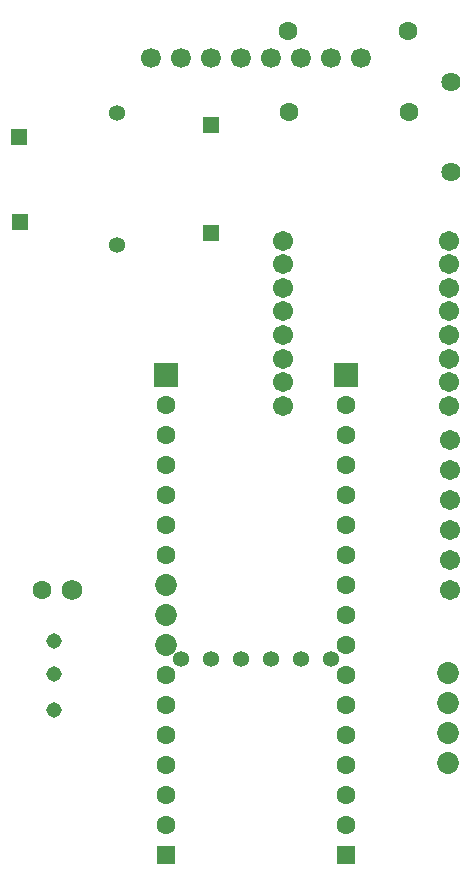
<source format=gts>
G04 Layer: TopSolderMaskLayer*
G04 EasyEDA v6.5.47, 2024-09-14 10:47:09*
G04 f333e6e274dc4bcb9767f93c96cd8ca8,df7e7e3c38a3447abd37b529b333d242,10*
G04 Gerber Generator version 0.2*
G04 Scale: 100 percent, Rotated: No, Reflected: No *
G04 Dimensions in millimeters *
G04 leading zeros omitted , absolute positions ,4 integer and 5 decimal *
%FSLAX45Y45*%
%MOMM*%

%AMMACRO1*4,1,8,-0.651,-0.6807,-0.6807,-0.6507,-0.6807,0.651,-0.651,0.6807,0.6507,0.6807,0.6807,0.651,0.6807,-0.6507,0.6507,-0.6807,-0.651,-0.6807,0*%
%AMMACRO2*4,1,8,-0.6511,-0.6807,-0.6808,-0.6507,-0.6808,0.651,-0.6511,0.6807,0.6509,0.6807,0.6808,0.651,0.6808,-0.6507,0.6509,-0.6807,-0.6511,-0.6807,0*%
%AMMACRO3*4,1,8,-1.0211,-1.0508,-1.0508,-1.0208,-1.0508,1.0211,-1.0211,1.0508,1.0208,1.0508,1.0508,1.0211,1.0508,-1.0208,1.0208,-1.0508,-1.0211,-1.0508,0*%
%AMMACRO4*4,1,8,-0.7711,-0.8007,-0.8009,-0.7708,-0.8009,0.771,-0.7711,0.8007,0.7709,0.8007,0.8009,0.771,0.8009,-0.7708,0.7709,-0.8007,-0.7711,-0.8007,0*%
%ADD10C,1.7032*%
%ADD11C,1.6916*%
%ADD12C,1.3616*%
%ADD13MACRO1*%
%ADD14MACRO2*%
%ADD15C,1.6256*%
%ADD16C,1.3132*%
%ADD17C,1.6016*%
%ADD18C,1.7526*%
%ADD19C,1.8516*%
%ADD20C,1.8516*%
%ADD21MACRO3*%
%ADD22MACRO4*%

%LPD*%
D10*
G01*
X2868701Y3325901D03*
G01*
X2868701Y3525901D03*
G01*
X2868701Y3725900D03*
G01*
X2868701Y3925900D03*
G01*
X2868701Y4125899D03*
G01*
X2868701Y4325899D03*
G01*
X2868701Y4525898D03*
G01*
X2868701Y4725898D03*
G01*
X4268698Y4725898D03*
G01*
X4268698Y4525898D03*
G01*
X4268698Y4325899D03*
G01*
X4268698Y4125899D03*
G01*
X4268698Y3925900D03*
G01*
X4268698Y3725900D03*
G01*
X4268698Y3525901D03*
G01*
X4268698Y3325901D03*
D11*
G01*
X1752600Y6271691D03*
G01*
X2006600Y6271691D03*
G01*
X2260600Y6271691D03*
G01*
X2514600Y6271691D03*
G01*
X2768600Y6271691D03*
G01*
X3022600Y6271691D03*
G01*
X3276600Y6271691D03*
G01*
X3530600Y6271691D03*
D10*
G01*
X4279900Y1765300D03*
G01*
X4279900Y2019300D03*
G01*
X4279900Y2273300D03*
G01*
X4279900Y2527300D03*
G01*
X4279900Y2781300D03*
G01*
X4279900Y3035300D03*
D12*
G01*
X1460601Y4686300D03*
G01*
X1460601Y5803900D03*
D13*
G01*
X2260600Y4786299D03*
G01*
X2260600Y5703900D03*
D14*
G01*
X639406Y4886299D03*
D13*
G01*
X633399Y5603900D03*
D15*
G01*
X4292600Y5308600D03*
G01*
X4292600Y6070600D03*
D16*
G01*
X927100Y1333500D03*
G01*
X927100Y1054100D03*
G01*
X927100Y749300D03*
D17*
G01*
X825500Y1765300D03*
D18*
G01*
X1079500Y1765300D03*
D19*
G01*
X4267200Y1066800D03*
G01*
X4267200Y812800D03*
G01*
X4267200Y558800D03*
G01*
X4267200Y304800D03*
D12*
G01*
X2006600Y1181988D03*
G01*
X2260600Y1181988D03*
G01*
X2514600Y1181988D03*
G01*
X2768600Y1181988D03*
G01*
X3022600Y1181988D03*
G01*
X3276600Y1181988D03*
D17*
G01*
X2908300Y6502400D03*
G01*
X3924300Y6502400D03*
G01*
X3937000Y5816600D03*
G01*
X2921000Y5816600D03*
G01*
X1879600Y3329990D03*
G01*
X1879600Y3075990D03*
G01*
X1879600Y2821990D03*
G01*
X1879600Y2567990D03*
G01*
X1879600Y2313990D03*
G01*
X1879600Y2059990D03*
D20*
G01*
X1879600Y1805990D03*
G01*
X1879600Y1551990D03*
G01*
X1879600Y1297990D03*
D17*
G01*
X1879600Y1043990D03*
G01*
X1879600Y789990D03*
G01*
X1879600Y535990D03*
G01*
X1879600Y281990D03*
G01*
X1879600Y27990D03*
G01*
X1879600Y-226009D03*
G01*
X3403600Y-226009D03*
G01*
X3403600Y27990D03*
G01*
X3403600Y281990D03*
G01*
X3403600Y535990D03*
G01*
X3403600Y789990D03*
G01*
X3403600Y1043990D03*
G01*
X3403600Y1297990D03*
G01*
X3403600Y1551990D03*
G01*
X3403600Y1805990D03*
G01*
X3403600Y2059990D03*
G01*
X3403600Y2313990D03*
G01*
X3403600Y2567990D03*
G01*
X3403600Y2821990D03*
G01*
X3403600Y3075990D03*
G01*
X3403600Y3329990D03*
D21*
G01*
X3403600Y3583990D03*
G01*
X1879599Y3583990D03*
D22*
G01*
X1879600Y-479996D03*
G01*
X3403600Y-479996D03*
M02*

</source>
